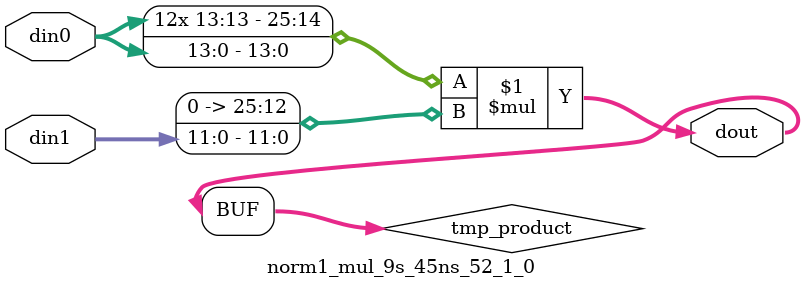
<source format=v>

`timescale 1 ns / 1 ps

 module norm1_mul_9s_45ns_52_1_0(din0, din1, dout);
parameter ID = 1;
parameter NUM_STAGE = 0;
parameter din0_WIDTH = 14;
parameter din1_WIDTH = 12;
parameter dout_WIDTH = 26;

input [din0_WIDTH - 1 : 0] din0; 
input [din1_WIDTH - 1 : 0] din1; 
output [dout_WIDTH - 1 : 0] dout;

wire signed [dout_WIDTH - 1 : 0] tmp_product;


























assign tmp_product = $signed(din0) * $signed({1'b0, din1});









assign dout = tmp_product;





















endmodule

</source>
